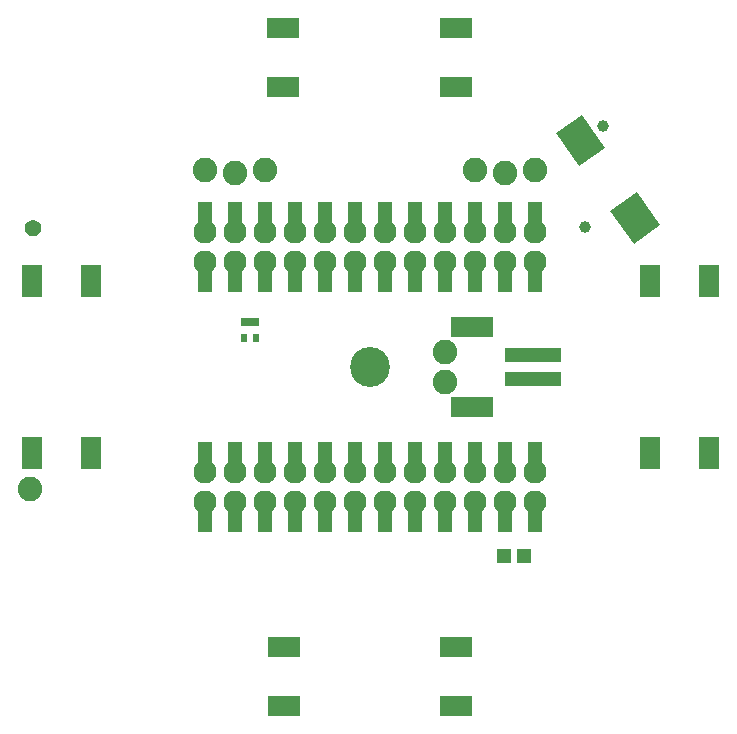
<source format=gbs>
G75*
%MOIN*%
%OFA0B0*%
%FSLAX25Y25*%
%IPPOS*%
%LPD*%
%AMOC8*
5,1,8,0,0,1.08239X$1,22.5*
%
%ADD10C,0.13300*%
%ADD11C,0.01600*%
%ADD12R,0.07099X0.10800*%
%ADD13R,0.10800X0.07099*%
%ADD14R,0.18910X0.04737*%
%ADD15R,0.14186X0.07099*%
%ADD16R,0.01981X0.02572*%
%ADD17C,0.08200*%
%ADD18R,0.13398X0.10643*%
%ADD19C,0.03950*%
%ADD20C,0.07700*%
%ADD21R,0.04700X0.08000*%
%ADD22R,0.05131X0.04737*%
D10*
X0136400Y0131800D03*
D11*
X0025222Y0176693D02*
X0024881Y0176478D01*
X0024501Y0176345D01*
X0024100Y0176300D01*
X0023900Y0176300D01*
X0023499Y0176345D01*
X0023119Y0176478D01*
X0022778Y0176693D01*
X0022493Y0176978D01*
X0022278Y0177319D01*
X0022145Y0177699D01*
X0022100Y0178100D01*
X0022145Y0178501D01*
X0022278Y0178881D01*
X0022493Y0179222D01*
X0022778Y0179507D01*
X0023119Y0179722D01*
X0023499Y0179855D01*
X0023900Y0179900D01*
X0024100Y0179900D01*
X0024501Y0179855D01*
X0024881Y0179722D01*
X0025222Y0179507D01*
X0025507Y0179222D01*
X0025722Y0178881D01*
X0025855Y0178501D01*
X0025900Y0178100D01*
X0025855Y0177699D01*
X0025722Y0177319D01*
X0025507Y0176978D01*
X0025222Y0176693D01*
X0025833Y0177636D02*
X0022167Y0177636D01*
X0022505Y0179235D02*
X0025495Y0179235D01*
D12*
X0023957Y0160540D03*
X0043643Y0160540D03*
X0229757Y0160540D03*
X0249443Y0160540D03*
X0249443Y0103060D03*
X0229757Y0103060D03*
X0043643Y0103060D03*
X0023957Y0103060D03*
D13*
X0107660Y0018757D03*
X0165140Y0018757D03*
X0165140Y0038443D03*
X0107660Y0038443D03*
X0107560Y0225157D03*
X0165040Y0225157D03*
X0165040Y0244843D03*
X0107560Y0244843D03*
D14*
X0190967Y0135737D03*
X0190967Y0127863D03*
D15*
X0170494Y0118414D03*
X0170494Y0145186D03*
D16*
X0098369Y0146800D03*
X0096400Y0146800D03*
X0094431Y0146800D03*
X0094431Y0141485D03*
X0098369Y0141485D03*
D17*
X0161400Y0136800D03*
X0161400Y0126800D03*
X0023100Y0090900D03*
X0081400Y0197300D03*
X0091400Y0196300D03*
X0101400Y0197300D03*
X0171400Y0197300D03*
X0181400Y0196300D03*
X0191400Y0197300D03*
D18*
G36*
X0206251Y0198661D02*
X0198566Y0209635D01*
X0207283Y0215739D01*
X0214968Y0204765D01*
X0206251Y0198661D01*
G37*
G36*
X0224317Y0172861D02*
X0216632Y0183835D01*
X0225349Y0189939D01*
X0233034Y0178965D01*
X0224317Y0172861D01*
G37*
D19*
X0208303Y0178237D03*
X0214249Y0211958D03*
D20*
X0191400Y0176800D03*
X0181400Y0176800D03*
X0171400Y0176800D03*
X0161400Y0176800D03*
X0151400Y0176800D03*
X0141400Y0176800D03*
X0131400Y0176800D03*
X0121400Y0176800D03*
X0111400Y0176800D03*
X0101400Y0176800D03*
X0091400Y0176800D03*
X0081400Y0176800D03*
X0081400Y0166800D03*
X0091400Y0166800D03*
X0101400Y0166800D03*
X0111400Y0166800D03*
X0121400Y0166800D03*
X0131400Y0166800D03*
X0141400Y0166800D03*
X0151400Y0166800D03*
X0161400Y0166800D03*
X0171400Y0166800D03*
X0181400Y0166800D03*
X0191400Y0166800D03*
X0191400Y0096800D03*
X0181400Y0096800D03*
X0171400Y0096800D03*
X0161400Y0096800D03*
X0151400Y0096800D03*
X0141400Y0096800D03*
X0131400Y0096800D03*
X0121400Y0096800D03*
X0111400Y0096800D03*
X0101400Y0096800D03*
X0091400Y0096800D03*
X0081400Y0096800D03*
X0081400Y0086800D03*
X0091400Y0086800D03*
X0101400Y0086800D03*
X0111400Y0086800D03*
X0121400Y0086800D03*
X0131400Y0086800D03*
X0141400Y0086800D03*
X0151400Y0086800D03*
X0161400Y0086800D03*
X0171400Y0086800D03*
X0181400Y0086800D03*
X0191400Y0086800D03*
D21*
X0191400Y0080800D03*
X0181400Y0080800D03*
X0171400Y0080800D03*
X0161400Y0080800D03*
X0151400Y0080800D03*
X0141400Y0080800D03*
X0131400Y0080800D03*
X0121400Y0080800D03*
X0111400Y0080800D03*
X0101400Y0080800D03*
X0091400Y0080800D03*
X0081400Y0080800D03*
X0081400Y0102800D03*
X0091400Y0102800D03*
X0101400Y0102800D03*
X0111400Y0102800D03*
X0121400Y0102800D03*
X0131400Y0102800D03*
X0141400Y0102800D03*
X0151400Y0102800D03*
X0161400Y0102800D03*
X0171400Y0102800D03*
X0181400Y0102800D03*
X0191400Y0102800D03*
X0191400Y0160800D03*
X0181400Y0160800D03*
X0171400Y0160800D03*
X0161400Y0160800D03*
X0151400Y0160800D03*
X0141400Y0160800D03*
X0131400Y0160800D03*
X0121400Y0160800D03*
X0111400Y0160800D03*
X0101400Y0160800D03*
X0091400Y0160800D03*
X0081400Y0160800D03*
X0081400Y0182800D03*
X0091400Y0182800D03*
X0101400Y0182800D03*
X0111400Y0182800D03*
X0121400Y0182800D03*
X0131400Y0182800D03*
X0141400Y0182800D03*
X0151400Y0182800D03*
X0161400Y0182800D03*
X0171400Y0182800D03*
X0181400Y0182800D03*
X0191400Y0182800D03*
D22*
X0187746Y0068800D03*
X0181054Y0068800D03*
M02*

</source>
